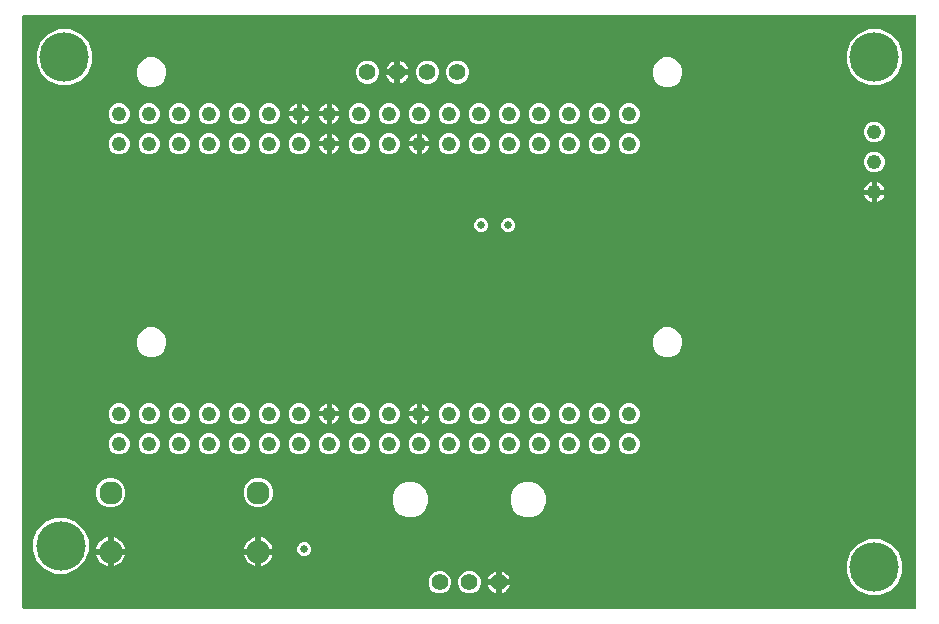
<source format=gbr>
G04 EAGLE Gerber RS-274X export*
G75*
%MOMM*%
%FSLAX34Y34*%
%LPD*%
%INCopper Layer 2*%
%IPPOS*%
%AMOC8*
5,1,8,0,0,1.08239X$1,22.5*%
G01*
%ADD10C,1.244600*%
%ADD11C,1.422400*%
%ADD12C,1.960000*%
%ADD13C,1.400000*%
%ADD14C,4.191000*%
%ADD15C,0.654800*%

G36*
X758308Y2556D02*
X758308Y2556D01*
X758427Y2563D01*
X758465Y2576D01*
X758506Y2581D01*
X758616Y2624D01*
X758729Y2661D01*
X758764Y2683D01*
X758801Y2698D01*
X758897Y2767D01*
X758998Y2831D01*
X759026Y2861D01*
X759059Y2884D01*
X759135Y2976D01*
X759216Y3063D01*
X759236Y3098D01*
X759261Y3129D01*
X759312Y3237D01*
X759370Y3341D01*
X759380Y3381D01*
X759397Y3417D01*
X759419Y3534D01*
X759449Y3649D01*
X759453Y3709D01*
X759457Y3729D01*
X759455Y3750D01*
X759459Y3810D01*
X759459Y504190D01*
X759444Y504308D01*
X759437Y504427D01*
X759424Y504465D01*
X759419Y504506D01*
X759376Y504616D01*
X759339Y504729D01*
X759317Y504764D01*
X759302Y504801D01*
X759233Y504897D01*
X759169Y504998D01*
X759139Y505026D01*
X759116Y505059D01*
X759024Y505135D01*
X758937Y505216D01*
X758902Y505236D01*
X758871Y505261D01*
X758763Y505312D01*
X758659Y505370D01*
X758619Y505380D01*
X758583Y505397D01*
X758466Y505419D01*
X758351Y505449D01*
X758291Y505453D01*
X758271Y505457D01*
X758250Y505455D01*
X758190Y505459D01*
X3810Y505459D01*
X3692Y505444D01*
X3573Y505437D01*
X3535Y505424D01*
X3494Y505419D01*
X3384Y505376D01*
X3271Y505339D01*
X3236Y505317D01*
X3199Y505302D01*
X3103Y505233D01*
X3002Y505169D01*
X2974Y505139D01*
X2941Y505116D01*
X2865Y505024D01*
X2784Y504937D01*
X2764Y504902D01*
X2739Y504871D01*
X2688Y504763D01*
X2630Y504659D01*
X2620Y504619D01*
X2603Y504583D01*
X2581Y504466D01*
X2551Y504351D01*
X2547Y504291D01*
X2543Y504271D01*
X2545Y504250D01*
X2541Y504190D01*
X2541Y3810D01*
X2556Y3692D01*
X2563Y3573D01*
X2576Y3535D01*
X2581Y3494D01*
X2624Y3384D01*
X2661Y3271D01*
X2683Y3236D01*
X2698Y3199D01*
X2767Y3103D01*
X2831Y3002D01*
X2861Y2974D01*
X2884Y2941D01*
X2976Y2865D01*
X3063Y2784D01*
X3098Y2764D01*
X3129Y2739D01*
X3237Y2688D01*
X3341Y2630D01*
X3381Y2620D01*
X3417Y2603D01*
X3534Y2581D01*
X3649Y2551D01*
X3709Y2547D01*
X3729Y2543D01*
X3750Y2545D01*
X3810Y2541D01*
X758190Y2541D01*
X758308Y2556D01*
G37*
%LPC*%
G36*
X719226Y446404D02*
X719226Y446404D01*
X710591Y449981D01*
X703981Y456591D01*
X700404Y465226D01*
X700404Y474574D01*
X703981Y483209D01*
X710591Y489819D01*
X719226Y493396D01*
X728574Y493396D01*
X737209Y489819D01*
X743819Y483209D01*
X747396Y474574D01*
X747396Y465226D01*
X743819Y456591D01*
X737209Y449981D01*
X728574Y446404D01*
X719226Y446404D01*
G37*
%LPD*%
%LPC*%
G36*
X33426Y446404D02*
X33426Y446404D01*
X24791Y449981D01*
X18181Y456591D01*
X14604Y465226D01*
X14604Y474574D01*
X18181Y483209D01*
X24791Y489819D01*
X33426Y493396D01*
X42774Y493396D01*
X51409Y489819D01*
X58019Y483209D01*
X61596Y474574D01*
X61596Y465226D01*
X58019Y456591D01*
X51409Y449981D01*
X42774Y446404D01*
X33426Y446404D01*
G37*
%LPD*%
%LPC*%
G36*
X719226Y14604D02*
X719226Y14604D01*
X710591Y18181D01*
X703981Y24791D01*
X700404Y33426D01*
X700404Y42774D01*
X703981Y51409D01*
X710591Y58019D01*
X719226Y61596D01*
X728574Y61596D01*
X737209Y58019D01*
X743819Y51409D01*
X747396Y42774D01*
X747396Y33426D01*
X743819Y24791D01*
X737209Y18181D01*
X728574Y14604D01*
X719226Y14604D01*
G37*
%LPD*%
%LPC*%
G36*
X30378Y32638D02*
X30378Y32638D01*
X21743Y36215D01*
X15133Y42825D01*
X11556Y51460D01*
X11556Y60808D01*
X15133Y69443D01*
X21743Y76053D01*
X30378Y79630D01*
X39726Y79630D01*
X48361Y76053D01*
X54971Y69443D01*
X58548Y60808D01*
X58548Y51460D01*
X54971Y42825D01*
X48361Y36215D01*
X39726Y32638D01*
X30378Y32638D01*
G37*
%LPD*%
%LPC*%
G36*
X328008Y80359D02*
X328008Y80359D01*
X322480Y82649D01*
X318249Y86880D01*
X315959Y92408D01*
X315959Y98392D01*
X318249Y103920D01*
X322480Y108151D01*
X328008Y110441D01*
X333992Y110441D01*
X339520Y108151D01*
X343751Y103920D01*
X346041Y98392D01*
X346041Y92408D01*
X343751Y86880D01*
X339520Y82649D01*
X333992Y80359D01*
X328008Y80359D01*
G37*
%LPD*%
%LPC*%
G36*
X428008Y80359D02*
X428008Y80359D01*
X422480Y82649D01*
X418249Y86880D01*
X415959Y92408D01*
X415959Y98392D01*
X418249Y103920D01*
X422480Y108151D01*
X428008Y110441D01*
X433992Y110441D01*
X439520Y108151D01*
X443751Y103920D01*
X446041Y98392D01*
X446041Y92408D01*
X443751Y86880D01*
X439520Y82649D01*
X433992Y80359D01*
X428008Y80359D01*
G37*
%LPD*%
%LPC*%
G36*
X546145Y444659D02*
X546145Y444659D01*
X541536Y446568D01*
X538008Y450096D01*
X536099Y454705D01*
X536099Y459695D01*
X538008Y464304D01*
X541536Y467832D01*
X546145Y469741D01*
X551135Y469741D01*
X555744Y467832D01*
X559272Y464304D01*
X561181Y459695D01*
X561181Y454705D01*
X559272Y450096D01*
X555744Y446568D01*
X551135Y444659D01*
X546145Y444659D01*
G37*
%LPD*%
%LPC*%
G36*
X109265Y444659D02*
X109265Y444659D01*
X104656Y446568D01*
X101128Y450096D01*
X99219Y454705D01*
X99219Y459695D01*
X101128Y464304D01*
X104656Y467832D01*
X109265Y469741D01*
X114255Y469741D01*
X118864Y467832D01*
X122392Y464304D01*
X124301Y459695D01*
X124301Y454705D01*
X122392Y450096D01*
X118864Y446568D01*
X114255Y444659D01*
X109265Y444659D01*
G37*
%LPD*%
%LPC*%
G36*
X546145Y216059D02*
X546145Y216059D01*
X541536Y217968D01*
X538008Y221496D01*
X536099Y226105D01*
X536099Y231095D01*
X538008Y235704D01*
X541536Y239232D01*
X546145Y241141D01*
X551135Y241141D01*
X555744Y239232D01*
X559272Y235704D01*
X561181Y231095D01*
X561181Y226105D01*
X559272Y221496D01*
X555744Y217968D01*
X551135Y216059D01*
X546145Y216059D01*
G37*
%LPD*%
%LPC*%
G36*
X109265Y216059D02*
X109265Y216059D01*
X104656Y217968D01*
X101128Y221496D01*
X99219Y226105D01*
X99219Y231095D01*
X101128Y235704D01*
X104656Y239232D01*
X109265Y241141D01*
X114255Y241141D01*
X118864Y239232D01*
X122392Y235704D01*
X124301Y231095D01*
X124301Y226105D01*
X122392Y221496D01*
X118864Y217968D01*
X114255Y216059D01*
X109265Y216059D01*
G37*
%LPD*%
%LPC*%
G36*
X74745Y88859D02*
X74745Y88859D01*
X70210Y90738D01*
X66738Y94210D01*
X64859Y98745D01*
X64859Y103655D01*
X66738Y108190D01*
X70210Y111662D01*
X74745Y113541D01*
X79655Y113541D01*
X84190Y111662D01*
X87662Y108190D01*
X89541Y103655D01*
X89541Y98745D01*
X87662Y94210D01*
X84190Y90738D01*
X79655Y88859D01*
X74745Y88859D01*
G37*
%LPD*%
%LPC*%
G36*
X199745Y88859D02*
X199745Y88859D01*
X195210Y90738D01*
X191738Y94210D01*
X189859Y98745D01*
X189859Y103655D01*
X191738Y108190D01*
X195210Y111662D01*
X199745Y113541D01*
X204655Y113541D01*
X209190Y111662D01*
X212662Y108190D01*
X214541Y103655D01*
X214541Y98745D01*
X212662Y94210D01*
X209190Y90738D01*
X204655Y88859D01*
X199745Y88859D01*
G37*
%LPD*%
%LPC*%
G36*
X368920Y447547D02*
X368920Y447547D01*
X365372Y449017D01*
X362657Y451732D01*
X361187Y455280D01*
X361187Y459120D01*
X362657Y462668D01*
X365372Y465383D01*
X368920Y466853D01*
X372760Y466853D01*
X376308Y465383D01*
X379023Y462668D01*
X380493Y459120D01*
X380493Y455280D01*
X379023Y451732D01*
X376308Y449017D01*
X372760Y447547D01*
X368920Y447547D01*
G37*
%LPD*%
%LPC*%
G36*
X343520Y447547D02*
X343520Y447547D01*
X339972Y449017D01*
X337257Y451732D01*
X335787Y455280D01*
X335787Y459120D01*
X337257Y462668D01*
X339972Y465383D01*
X343520Y466853D01*
X347360Y466853D01*
X350908Y465383D01*
X353623Y462668D01*
X355093Y459120D01*
X355093Y455280D01*
X353623Y451732D01*
X350908Y449017D01*
X347360Y447547D01*
X343520Y447547D01*
G37*
%LPD*%
%LPC*%
G36*
X292720Y447547D02*
X292720Y447547D01*
X289172Y449017D01*
X286457Y451732D01*
X284987Y455280D01*
X284987Y459120D01*
X286457Y462668D01*
X289172Y465383D01*
X292720Y466853D01*
X296560Y466853D01*
X300108Y465383D01*
X302823Y462668D01*
X304293Y459120D01*
X304293Y455280D01*
X302823Y451732D01*
X300108Y449017D01*
X296560Y447547D01*
X292720Y447547D01*
G37*
%LPD*%
%LPC*%
G36*
X379102Y15859D02*
X379102Y15859D01*
X375596Y17312D01*
X372912Y19996D01*
X371459Y23502D01*
X371459Y27298D01*
X372912Y30804D01*
X375596Y33488D01*
X379102Y34941D01*
X382898Y34941D01*
X386404Y33488D01*
X389088Y30804D01*
X390541Y27298D01*
X390541Y23502D01*
X389088Y19996D01*
X386404Y17312D01*
X382898Y15859D01*
X379102Y15859D01*
G37*
%LPD*%
%LPC*%
G36*
X354102Y15859D02*
X354102Y15859D01*
X350596Y17312D01*
X347912Y19996D01*
X346459Y23502D01*
X346459Y27298D01*
X347912Y30804D01*
X350596Y33488D01*
X354102Y34941D01*
X357898Y34941D01*
X361404Y33488D01*
X364088Y30804D01*
X365541Y27298D01*
X365541Y23502D01*
X364088Y19996D01*
X361404Y17312D01*
X357898Y15859D01*
X354102Y15859D01*
G37*
%LPD*%
%LPC*%
G36*
X514557Y133736D02*
X514557Y133736D01*
X511336Y135070D01*
X508870Y137536D01*
X507536Y140757D01*
X507536Y144243D01*
X508870Y147464D01*
X511336Y149930D01*
X514557Y151264D01*
X518043Y151264D01*
X521264Y149930D01*
X523730Y147464D01*
X525064Y144243D01*
X525064Y140757D01*
X523730Y137536D01*
X521264Y135070D01*
X518043Y133736D01*
X514557Y133736D01*
G37*
%LPD*%
%LPC*%
G36*
X489157Y133736D02*
X489157Y133736D01*
X485936Y135070D01*
X483470Y137536D01*
X482136Y140757D01*
X482136Y144243D01*
X483470Y147464D01*
X485936Y149930D01*
X489157Y151264D01*
X492643Y151264D01*
X495864Y149930D01*
X498330Y147464D01*
X499664Y144243D01*
X499664Y140757D01*
X498330Y137536D01*
X495864Y135070D01*
X492643Y133736D01*
X489157Y133736D01*
G37*
%LPD*%
%LPC*%
G36*
X463757Y133736D02*
X463757Y133736D01*
X460536Y135070D01*
X458070Y137536D01*
X456736Y140757D01*
X456736Y144243D01*
X458070Y147464D01*
X460536Y149930D01*
X463757Y151264D01*
X467243Y151264D01*
X470464Y149930D01*
X472930Y147464D01*
X474264Y144243D01*
X474264Y140757D01*
X472930Y137536D01*
X470464Y135070D01*
X467243Y133736D01*
X463757Y133736D01*
G37*
%LPD*%
%LPC*%
G36*
X438357Y133736D02*
X438357Y133736D01*
X435136Y135070D01*
X432670Y137536D01*
X431336Y140757D01*
X431336Y144243D01*
X432670Y147464D01*
X435136Y149930D01*
X438357Y151264D01*
X441843Y151264D01*
X445064Y149930D01*
X447530Y147464D01*
X448864Y144243D01*
X448864Y140757D01*
X447530Y137536D01*
X445064Y135070D01*
X441843Y133736D01*
X438357Y133736D01*
G37*
%LPD*%
%LPC*%
G36*
X412957Y133736D02*
X412957Y133736D01*
X409736Y135070D01*
X407270Y137536D01*
X405936Y140757D01*
X405936Y144243D01*
X407270Y147464D01*
X409736Y149930D01*
X412957Y151264D01*
X416443Y151264D01*
X419664Y149930D01*
X422130Y147464D01*
X423464Y144243D01*
X423464Y140757D01*
X422130Y137536D01*
X419664Y135070D01*
X416443Y133736D01*
X412957Y133736D01*
G37*
%LPD*%
%LPC*%
G36*
X108157Y413136D02*
X108157Y413136D01*
X104936Y414470D01*
X102470Y416936D01*
X101136Y420157D01*
X101136Y423643D01*
X102470Y426864D01*
X104936Y429330D01*
X108157Y430664D01*
X111643Y430664D01*
X114864Y429330D01*
X117330Y426864D01*
X118664Y423643D01*
X118664Y420157D01*
X117330Y416936D01*
X114864Y414470D01*
X111643Y413136D01*
X108157Y413136D01*
G37*
%LPD*%
%LPC*%
G36*
X82757Y413136D02*
X82757Y413136D01*
X79536Y414470D01*
X77070Y416936D01*
X75736Y420157D01*
X75736Y423643D01*
X77070Y426864D01*
X79536Y429330D01*
X82757Y430664D01*
X86243Y430664D01*
X89464Y429330D01*
X91930Y426864D01*
X93264Y423643D01*
X93264Y420157D01*
X91930Y416936D01*
X89464Y414470D01*
X86243Y413136D01*
X82757Y413136D01*
G37*
%LPD*%
%LPC*%
G36*
X514557Y413136D02*
X514557Y413136D01*
X511336Y414470D01*
X508870Y416936D01*
X507536Y420157D01*
X507536Y423643D01*
X508870Y426864D01*
X511336Y429330D01*
X514557Y430664D01*
X518043Y430664D01*
X521264Y429330D01*
X523730Y426864D01*
X525064Y423643D01*
X525064Y420157D01*
X523730Y416936D01*
X521264Y414470D01*
X518043Y413136D01*
X514557Y413136D01*
G37*
%LPD*%
%LPC*%
G36*
X489157Y413136D02*
X489157Y413136D01*
X485936Y414470D01*
X483470Y416936D01*
X482136Y420157D01*
X482136Y423643D01*
X483470Y426864D01*
X485936Y429330D01*
X489157Y430664D01*
X492643Y430664D01*
X495864Y429330D01*
X498330Y426864D01*
X499664Y423643D01*
X499664Y420157D01*
X498330Y416936D01*
X495864Y414470D01*
X492643Y413136D01*
X489157Y413136D01*
G37*
%LPD*%
%LPC*%
G36*
X463757Y413136D02*
X463757Y413136D01*
X460536Y414470D01*
X458070Y416936D01*
X456736Y420157D01*
X456736Y423643D01*
X458070Y426864D01*
X460536Y429330D01*
X463757Y430664D01*
X467243Y430664D01*
X470464Y429330D01*
X472930Y426864D01*
X474264Y423643D01*
X474264Y420157D01*
X472930Y416936D01*
X470464Y414470D01*
X467243Y413136D01*
X463757Y413136D01*
G37*
%LPD*%
%LPC*%
G36*
X438357Y413136D02*
X438357Y413136D01*
X435136Y414470D01*
X432670Y416936D01*
X431336Y420157D01*
X431336Y423643D01*
X432670Y426864D01*
X435136Y429330D01*
X438357Y430664D01*
X441843Y430664D01*
X445064Y429330D01*
X447530Y426864D01*
X448864Y423643D01*
X448864Y420157D01*
X447530Y416936D01*
X445064Y414470D01*
X441843Y413136D01*
X438357Y413136D01*
G37*
%LPD*%
%LPC*%
G36*
X412957Y413136D02*
X412957Y413136D01*
X409736Y414470D01*
X407270Y416936D01*
X405936Y420157D01*
X405936Y423643D01*
X407270Y426864D01*
X409736Y429330D01*
X412957Y430664D01*
X416443Y430664D01*
X419664Y429330D01*
X422130Y426864D01*
X423464Y423643D01*
X423464Y420157D01*
X422130Y416936D01*
X419664Y414470D01*
X416443Y413136D01*
X412957Y413136D01*
G37*
%LPD*%
%LPC*%
G36*
X387557Y413136D02*
X387557Y413136D01*
X384336Y414470D01*
X381870Y416936D01*
X380536Y420157D01*
X380536Y423643D01*
X381870Y426864D01*
X384336Y429330D01*
X387557Y430664D01*
X391043Y430664D01*
X394264Y429330D01*
X396730Y426864D01*
X398064Y423643D01*
X398064Y420157D01*
X396730Y416936D01*
X394264Y414470D01*
X391043Y413136D01*
X387557Y413136D01*
G37*
%LPD*%
%LPC*%
G36*
X362157Y413136D02*
X362157Y413136D01*
X358936Y414470D01*
X356470Y416936D01*
X355136Y420157D01*
X355136Y423643D01*
X356470Y426864D01*
X358936Y429330D01*
X362157Y430664D01*
X365643Y430664D01*
X368864Y429330D01*
X371330Y426864D01*
X372664Y423643D01*
X372664Y420157D01*
X371330Y416936D01*
X368864Y414470D01*
X365643Y413136D01*
X362157Y413136D01*
G37*
%LPD*%
%LPC*%
G36*
X336757Y413136D02*
X336757Y413136D01*
X333536Y414470D01*
X331070Y416936D01*
X329736Y420157D01*
X329736Y423643D01*
X331070Y426864D01*
X333536Y429330D01*
X336757Y430664D01*
X340243Y430664D01*
X343464Y429330D01*
X345930Y426864D01*
X347264Y423643D01*
X347264Y420157D01*
X345930Y416936D01*
X343464Y414470D01*
X340243Y413136D01*
X336757Y413136D01*
G37*
%LPD*%
%LPC*%
G36*
X311357Y413136D02*
X311357Y413136D01*
X308136Y414470D01*
X305670Y416936D01*
X304336Y420157D01*
X304336Y423643D01*
X305670Y426864D01*
X308136Y429330D01*
X311357Y430664D01*
X314843Y430664D01*
X318064Y429330D01*
X320530Y426864D01*
X321864Y423643D01*
X321864Y420157D01*
X320530Y416936D01*
X318064Y414470D01*
X314843Y413136D01*
X311357Y413136D01*
G37*
%LPD*%
%LPC*%
G36*
X285957Y413136D02*
X285957Y413136D01*
X282736Y414470D01*
X280270Y416936D01*
X278936Y420157D01*
X278936Y423643D01*
X280270Y426864D01*
X282736Y429330D01*
X285957Y430664D01*
X289443Y430664D01*
X292664Y429330D01*
X295130Y426864D01*
X296464Y423643D01*
X296464Y420157D01*
X295130Y416936D01*
X292664Y414470D01*
X289443Y413136D01*
X285957Y413136D01*
G37*
%LPD*%
%LPC*%
G36*
X209757Y413136D02*
X209757Y413136D01*
X206536Y414470D01*
X204070Y416936D01*
X202736Y420157D01*
X202736Y423643D01*
X204070Y426864D01*
X206536Y429330D01*
X209757Y430664D01*
X213243Y430664D01*
X216464Y429330D01*
X218930Y426864D01*
X220264Y423643D01*
X220264Y420157D01*
X218930Y416936D01*
X216464Y414470D01*
X213243Y413136D01*
X209757Y413136D01*
G37*
%LPD*%
%LPC*%
G36*
X184357Y413136D02*
X184357Y413136D01*
X181136Y414470D01*
X178670Y416936D01*
X177336Y420157D01*
X177336Y423643D01*
X178670Y426864D01*
X181136Y429330D01*
X184357Y430664D01*
X187843Y430664D01*
X191064Y429330D01*
X193530Y426864D01*
X194864Y423643D01*
X194864Y420157D01*
X193530Y416936D01*
X191064Y414470D01*
X187843Y413136D01*
X184357Y413136D01*
G37*
%LPD*%
%LPC*%
G36*
X158957Y413136D02*
X158957Y413136D01*
X155736Y414470D01*
X153270Y416936D01*
X151936Y420157D01*
X151936Y423643D01*
X153270Y426864D01*
X155736Y429330D01*
X158957Y430664D01*
X162443Y430664D01*
X165664Y429330D01*
X168130Y426864D01*
X169464Y423643D01*
X169464Y420157D01*
X168130Y416936D01*
X165664Y414470D01*
X162443Y413136D01*
X158957Y413136D01*
G37*
%LPD*%
%LPC*%
G36*
X133557Y413136D02*
X133557Y413136D01*
X130336Y414470D01*
X127870Y416936D01*
X126536Y420157D01*
X126536Y423643D01*
X127870Y426864D01*
X130336Y429330D01*
X133557Y430664D01*
X137043Y430664D01*
X140264Y429330D01*
X142730Y426864D01*
X144064Y423643D01*
X144064Y420157D01*
X142730Y416936D01*
X140264Y414470D01*
X137043Y413136D01*
X133557Y413136D01*
G37*
%LPD*%
%LPC*%
G36*
X387557Y133736D02*
X387557Y133736D01*
X384336Y135070D01*
X381870Y137536D01*
X380536Y140757D01*
X380536Y144243D01*
X381870Y147464D01*
X384336Y149930D01*
X387557Y151264D01*
X391043Y151264D01*
X394264Y149930D01*
X396730Y147464D01*
X398064Y144243D01*
X398064Y140757D01*
X396730Y137536D01*
X394264Y135070D01*
X391043Y133736D01*
X387557Y133736D01*
G37*
%LPD*%
%LPC*%
G36*
X362157Y133736D02*
X362157Y133736D01*
X358936Y135070D01*
X356470Y137536D01*
X355136Y140757D01*
X355136Y144243D01*
X356470Y147464D01*
X358936Y149930D01*
X362157Y151264D01*
X365643Y151264D01*
X368864Y149930D01*
X371330Y147464D01*
X372664Y144243D01*
X372664Y140757D01*
X371330Y137536D01*
X368864Y135070D01*
X365643Y133736D01*
X362157Y133736D01*
G37*
%LPD*%
%LPC*%
G36*
X336757Y133736D02*
X336757Y133736D01*
X333536Y135070D01*
X331070Y137536D01*
X329736Y140757D01*
X329736Y144243D01*
X331070Y147464D01*
X333536Y149930D01*
X336757Y151264D01*
X340243Y151264D01*
X343464Y149930D01*
X345930Y147464D01*
X347264Y144243D01*
X347264Y140757D01*
X345930Y137536D01*
X343464Y135070D01*
X340243Y133736D01*
X336757Y133736D01*
G37*
%LPD*%
%LPC*%
G36*
X311357Y133736D02*
X311357Y133736D01*
X308136Y135070D01*
X305670Y137536D01*
X304336Y140757D01*
X304336Y144243D01*
X305670Y147464D01*
X308136Y149930D01*
X311357Y151264D01*
X314843Y151264D01*
X318064Y149930D01*
X320530Y147464D01*
X321864Y144243D01*
X321864Y140757D01*
X320530Y137536D01*
X318064Y135070D01*
X314843Y133736D01*
X311357Y133736D01*
G37*
%LPD*%
%LPC*%
G36*
X285957Y133736D02*
X285957Y133736D01*
X282736Y135070D01*
X280270Y137536D01*
X278936Y140757D01*
X278936Y144243D01*
X280270Y147464D01*
X282736Y149930D01*
X285957Y151264D01*
X289443Y151264D01*
X292664Y149930D01*
X295130Y147464D01*
X296464Y144243D01*
X296464Y140757D01*
X295130Y137536D01*
X292664Y135070D01*
X289443Y133736D01*
X285957Y133736D01*
G37*
%LPD*%
%LPC*%
G36*
X260557Y133736D02*
X260557Y133736D01*
X257336Y135070D01*
X254870Y137536D01*
X253536Y140757D01*
X253536Y144243D01*
X254870Y147464D01*
X257336Y149930D01*
X260557Y151264D01*
X264043Y151264D01*
X267264Y149930D01*
X269730Y147464D01*
X271064Y144243D01*
X271064Y140757D01*
X269730Y137536D01*
X267264Y135070D01*
X264043Y133736D01*
X260557Y133736D01*
G37*
%LPD*%
%LPC*%
G36*
X235157Y133736D02*
X235157Y133736D01*
X231936Y135070D01*
X229470Y137536D01*
X228136Y140757D01*
X228136Y144243D01*
X229470Y147464D01*
X231936Y149930D01*
X235157Y151264D01*
X238643Y151264D01*
X241864Y149930D01*
X244330Y147464D01*
X245664Y144243D01*
X245664Y140757D01*
X244330Y137536D01*
X241864Y135070D01*
X238643Y133736D01*
X235157Y133736D01*
G37*
%LPD*%
%LPC*%
G36*
X209757Y133736D02*
X209757Y133736D01*
X206536Y135070D01*
X204070Y137536D01*
X202736Y140757D01*
X202736Y144243D01*
X204070Y147464D01*
X206536Y149930D01*
X209757Y151264D01*
X213243Y151264D01*
X216464Y149930D01*
X218930Y147464D01*
X220264Y144243D01*
X220264Y140757D01*
X218930Y137536D01*
X216464Y135070D01*
X213243Y133736D01*
X209757Y133736D01*
G37*
%LPD*%
%LPC*%
G36*
X722157Y397636D02*
X722157Y397636D01*
X718936Y398970D01*
X716470Y401436D01*
X715136Y404657D01*
X715136Y408143D01*
X716470Y411364D01*
X718936Y413830D01*
X722157Y415164D01*
X725643Y415164D01*
X728864Y413830D01*
X731330Y411364D01*
X732664Y408143D01*
X732664Y404657D01*
X731330Y401436D01*
X728864Y398970D01*
X725643Y397636D01*
X722157Y397636D01*
G37*
%LPD*%
%LPC*%
G36*
X209757Y387736D02*
X209757Y387736D01*
X206536Y389070D01*
X204070Y391536D01*
X202736Y394757D01*
X202736Y398243D01*
X204070Y401464D01*
X206536Y403930D01*
X209757Y405264D01*
X213243Y405264D01*
X216464Y403930D01*
X218930Y401464D01*
X220264Y398243D01*
X220264Y394757D01*
X218930Y391536D01*
X216464Y389070D01*
X213243Y387736D01*
X209757Y387736D01*
G37*
%LPD*%
%LPC*%
G36*
X184357Y387736D02*
X184357Y387736D01*
X181136Y389070D01*
X178670Y391536D01*
X177336Y394757D01*
X177336Y398243D01*
X178670Y401464D01*
X181136Y403930D01*
X184357Y405264D01*
X187843Y405264D01*
X191064Y403930D01*
X193530Y401464D01*
X194864Y398243D01*
X194864Y394757D01*
X193530Y391536D01*
X191064Y389070D01*
X187843Y387736D01*
X184357Y387736D01*
G37*
%LPD*%
%LPC*%
G36*
X514557Y387736D02*
X514557Y387736D01*
X511336Y389070D01*
X508870Y391536D01*
X507536Y394757D01*
X507536Y398243D01*
X508870Y401464D01*
X511336Y403930D01*
X514557Y405264D01*
X518043Y405264D01*
X521264Y403930D01*
X523730Y401464D01*
X525064Y398243D01*
X525064Y394757D01*
X523730Y391536D01*
X521264Y389070D01*
X518043Y387736D01*
X514557Y387736D01*
G37*
%LPD*%
%LPC*%
G36*
X489157Y387736D02*
X489157Y387736D01*
X485936Y389070D01*
X483470Y391536D01*
X482136Y394757D01*
X482136Y398243D01*
X483470Y401464D01*
X485936Y403930D01*
X489157Y405264D01*
X492643Y405264D01*
X495864Y403930D01*
X498330Y401464D01*
X499664Y398243D01*
X499664Y394757D01*
X498330Y391536D01*
X495864Y389070D01*
X492643Y387736D01*
X489157Y387736D01*
G37*
%LPD*%
%LPC*%
G36*
X463757Y387736D02*
X463757Y387736D01*
X460536Y389070D01*
X458070Y391536D01*
X456736Y394757D01*
X456736Y398243D01*
X458070Y401464D01*
X460536Y403930D01*
X463757Y405264D01*
X467243Y405264D01*
X470464Y403930D01*
X472930Y401464D01*
X474264Y398243D01*
X474264Y394757D01*
X472930Y391536D01*
X470464Y389070D01*
X467243Y387736D01*
X463757Y387736D01*
G37*
%LPD*%
%LPC*%
G36*
X438357Y387736D02*
X438357Y387736D01*
X435136Y389070D01*
X432670Y391536D01*
X431336Y394757D01*
X431336Y398243D01*
X432670Y401464D01*
X435136Y403930D01*
X438357Y405264D01*
X441843Y405264D01*
X445064Y403930D01*
X447530Y401464D01*
X448864Y398243D01*
X448864Y394757D01*
X447530Y391536D01*
X445064Y389070D01*
X441843Y387736D01*
X438357Y387736D01*
G37*
%LPD*%
%LPC*%
G36*
X412957Y387736D02*
X412957Y387736D01*
X409736Y389070D01*
X407270Y391536D01*
X405936Y394757D01*
X405936Y398243D01*
X407270Y401464D01*
X409736Y403930D01*
X412957Y405264D01*
X416443Y405264D01*
X419664Y403930D01*
X422130Y401464D01*
X423464Y398243D01*
X423464Y394757D01*
X422130Y391536D01*
X419664Y389070D01*
X416443Y387736D01*
X412957Y387736D01*
G37*
%LPD*%
%LPC*%
G36*
X387557Y387736D02*
X387557Y387736D01*
X384336Y389070D01*
X381870Y391536D01*
X380536Y394757D01*
X380536Y398243D01*
X381870Y401464D01*
X384336Y403930D01*
X387557Y405264D01*
X391043Y405264D01*
X394264Y403930D01*
X396730Y401464D01*
X398064Y398243D01*
X398064Y394757D01*
X396730Y391536D01*
X394264Y389070D01*
X391043Y387736D01*
X387557Y387736D01*
G37*
%LPD*%
%LPC*%
G36*
X362157Y387736D02*
X362157Y387736D01*
X358936Y389070D01*
X356470Y391536D01*
X355136Y394757D01*
X355136Y398243D01*
X356470Y401464D01*
X358936Y403930D01*
X362157Y405264D01*
X365643Y405264D01*
X368864Y403930D01*
X371330Y401464D01*
X372664Y398243D01*
X372664Y394757D01*
X371330Y391536D01*
X368864Y389070D01*
X365643Y387736D01*
X362157Y387736D01*
G37*
%LPD*%
%LPC*%
G36*
X311357Y387736D02*
X311357Y387736D01*
X308136Y389070D01*
X305670Y391536D01*
X304336Y394757D01*
X304336Y398243D01*
X305670Y401464D01*
X308136Y403930D01*
X311357Y405264D01*
X314843Y405264D01*
X318064Y403930D01*
X320530Y401464D01*
X321864Y398243D01*
X321864Y394757D01*
X320530Y391536D01*
X318064Y389070D01*
X314843Y387736D01*
X311357Y387736D01*
G37*
%LPD*%
%LPC*%
G36*
X285957Y387736D02*
X285957Y387736D01*
X282736Y389070D01*
X280270Y391536D01*
X278936Y394757D01*
X278936Y398243D01*
X280270Y401464D01*
X282736Y403930D01*
X285957Y405264D01*
X289443Y405264D01*
X292664Y403930D01*
X295130Y401464D01*
X296464Y398243D01*
X296464Y394757D01*
X295130Y391536D01*
X292664Y389070D01*
X289443Y387736D01*
X285957Y387736D01*
G37*
%LPD*%
%LPC*%
G36*
X235157Y387736D02*
X235157Y387736D01*
X231936Y389070D01*
X229470Y391536D01*
X228136Y394757D01*
X228136Y398243D01*
X229470Y401464D01*
X231936Y403930D01*
X235157Y405264D01*
X238643Y405264D01*
X241864Y403930D01*
X244330Y401464D01*
X245664Y398243D01*
X245664Y394757D01*
X244330Y391536D01*
X241864Y389070D01*
X238643Y387736D01*
X235157Y387736D01*
G37*
%LPD*%
%LPC*%
G36*
X158957Y387736D02*
X158957Y387736D01*
X155736Y389070D01*
X153270Y391536D01*
X151936Y394757D01*
X151936Y398243D01*
X153270Y401464D01*
X155736Y403930D01*
X158957Y405264D01*
X162443Y405264D01*
X165664Y403930D01*
X168130Y401464D01*
X169464Y398243D01*
X169464Y394757D01*
X168130Y391536D01*
X165664Y389070D01*
X162443Y387736D01*
X158957Y387736D01*
G37*
%LPD*%
%LPC*%
G36*
X133557Y387736D02*
X133557Y387736D01*
X130336Y389070D01*
X127870Y391536D01*
X126536Y394757D01*
X126536Y398243D01*
X127870Y401464D01*
X130336Y403930D01*
X133557Y405264D01*
X137043Y405264D01*
X140264Y403930D01*
X142730Y401464D01*
X144064Y398243D01*
X144064Y394757D01*
X142730Y391536D01*
X140264Y389070D01*
X137043Y387736D01*
X133557Y387736D01*
G37*
%LPD*%
%LPC*%
G36*
X108157Y387736D02*
X108157Y387736D01*
X104936Y389070D01*
X102470Y391536D01*
X101136Y394757D01*
X101136Y398243D01*
X102470Y401464D01*
X104936Y403930D01*
X108157Y405264D01*
X111643Y405264D01*
X114864Y403930D01*
X117330Y401464D01*
X118664Y398243D01*
X118664Y394757D01*
X117330Y391536D01*
X114864Y389070D01*
X111643Y387736D01*
X108157Y387736D01*
G37*
%LPD*%
%LPC*%
G36*
X82757Y387736D02*
X82757Y387736D01*
X79536Y389070D01*
X77070Y391536D01*
X75736Y394757D01*
X75736Y398243D01*
X77070Y401464D01*
X79536Y403930D01*
X82757Y405264D01*
X86243Y405264D01*
X89464Y403930D01*
X91930Y401464D01*
X93264Y398243D01*
X93264Y394757D01*
X91930Y391536D01*
X89464Y389070D01*
X86243Y387736D01*
X82757Y387736D01*
G37*
%LPD*%
%LPC*%
G36*
X184357Y133736D02*
X184357Y133736D01*
X181136Y135070D01*
X178670Y137536D01*
X177336Y140757D01*
X177336Y144243D01*
X178670Y147464D01*
X181136Y149930D01*
X184357Y151264D01*
X187843Y151264D01*
X191064Y149930D01*
X193530Y147464D01*
X194864Y144243D01*
X194864Y140757D01*
X193530Y137536D01*
X191064Y135070D01*
X187843Y133736D01*
X184357Y133736D01*
G37*
%LPD*%
%LPC*%
G36*
X158957Y133736D02*
X158957Y133736D01*
X155736Y135070D01*
X153270Y137536D01*
X151936Y140757D01*
X151936Y144243D01*
X153270Y147464D01*
X155736Y149930D01*
X158957Y151264D01*
X162443Y151264D01*
X165664Y149930D01*
X168130Y147464D01*
X169464Y144243D01*
X169464Y140757D01*
X168130Y137536D01*
X165664Y135070D01*
X162443Y133736D01*
X158957Y133736D01*
G37*
%LPD*%
%LPC*%
G36*
X133557Y133736D02*
X133557Y133736D01*
X130336Y135070D01*
X127870Y137536D01*
X126536Y140757D01*
X126536Y144243D01*
X127870Y147464D01*
X130336Y149930D01*
X133557Y151264D01*
X137043Y151264D01*
X140264Y149930D01*
X142730Y147464D01*
X144064Y144243D01*
X144064Y140757D01*
X142730Y137536D01*
X140264Y135070D01*
X137043Y133736D01*
X133557Y133736D01*
G37*
%LPD*%
%LPC*%
G36*
X722157Y372236D02*
X722157Y372236D01*
X718936Y373570D01*
X716470Y376036D01*
X715136Y379257D01*
X715136Y382743D01*
X716470Y385964D01*
X718936Y388430D01*
X722157Y389764D01*
X725643Y389764D01*
X728864Y388430D01*
X731330Y385964D01*
X732664Y382743D01*
X732664Y379257D01*
X731330Y376036D01*
X728864Y373570D01*
X725643Y372236D01*
X722157Y372236D01*
G37*
%LPD*%
%LPC*%
G36*
X108157Y159136D02*
X108157Y159136D01*
X104936Y160470D01*
X102470Y162936D01*
X101136Y166157D01*
X101136Y169643D01*
X102470Y172864D01*
X104936Y175330D01*
X108157Y176664D01*
X111643Y176664D01*
X114864Y175330D01*
X117330Y172864D01*
X118664Y169643D01*
X118664Y166157D01*
X117330Y162936D01*
X114864Y160470D01*
X111643Y159136D01*
X108157Y159136D01*
G37*
%LPD*%
%LPC*%
G36*
X412957Y159136D02*
X412957Y159136D01*
X409736Y160470D01*
X407270Y162936D01*
X405936Y166157D01*
X405936Y169643D01*
X407270Y172864D01*
X409736Y175330D01*
X412957Y176664D01*
X416443Y176664D01*
X419664Y175330D01*
X422130Y172864D01*
X423464Y169643D01*
X423464Y166157D01*
X422130Y162936D01*
X419664Y160470D01*
X416443Y159136D01*
X412957Y159136D01*
G37*
%LPD*%
%LPC*%
G36*
X387557Y159136D02*
X387557Y159136D01*
X384336Y160470D01*
X381870Y162936D01*
X380536Y166157D01*
X380536Y169643D01*
X381870Y172864D01*
X384336Y175330D01*
X387557Y176664D01*
X391043Y176664D01*
X394264Y175330D01*
X396730Y172864D01*
X398064Y169643D01*
X398064Y166157D01*
X396730Y162936D01*
X394264Y160470D01*
X391043Y159136D01*
X387557Y159136D01*
G37*
%LPD*%
%LPC*%
G36*
X514557Y159136D02*
X514557Y159136D01*
X511336Y160470D01*
X508870Y162936D01*
X507536Y166157D01*
X507536Y169643D01*
X508870Y172864D01*
X511336Y175330D01*
X514557Y176664D01*
X518043Y176664D01*
X521264Y175330D01*
X523730Y172864D01*
X525064Y169643D01*
X525064Y166157D01*
X523730Y162936D01*
X521264Y160470D01*
X518043Y159136D01*
X514557Y159136D01*
G37*
%LPD*%
%LPC*%
G36*
X489157Y159136D02*
X489157Y159136D01*
X485936Y160470D01*
X483470Y162936D01*
X482136Y166157D01*
X482136Y169643D01*
X483470Y172864D01*
X485936Y175330D01*
X489157Y176664D01*
X492643Y176664D01*
X495864Y175330D01*
X498330Y172864D01*
X499664Y169643D01*
X499664Y166157D01*
X498330Y162936D01*
X495864Y160470D01*
X492643Y159136D01*
X489157Y159136D01*
G37*
%LPD*%
%LPC*%
G36*
X463757Y159136D02*
X463757Y159136D01*
X460536Y160470D01*
X458070Y162936D01*
X456736Y166157D01*
X456736Y169643D01*
X458070Y172864D01*
X460536Y175330D01*
X463757Y176664D01*
X467243Y176664D01*
X470464Y175330D01*
X472930Y172864D01*
X474264Y169643D01*
X474264Y166157D01*
X472930Y162936D01*
X470464Y160470D01*
X467243Y159136D01*
X463757Y159136D01*
G37*
%LPD*%
%LPC*%
G36*
X438357Y159136D02*
X438357Y159136D01*
X435136Y160470D01*
X432670Y162936D01*
X431336Y166157D01*
X431336Y169643D01*
X432670Y172864D01*
X435136Y175330D01*
X438357Y176664D01*
X441843Y176664D01*
X445064Y175330D01*
X447530Y172864D01*
X448864Y169643D01*
X448864Y166157D01*
X447530Y162936D01*
X445064Y160470D01*
X441843Y159136D01*
X438357Y159136D01*
G37*
%LPD*%
%LPC*%
G36*
X158957Y159136D02*
X158957Y159136D01*
X155736Y160470D01*
X153270Y162936D01*
X151936Y166157D01*
X151936Y169643D01*
X153270Y172864D01*
X155736Y175330D01*
X158957Y176664D01*
X162443Y176664D01*
X165664Y175330D01*
X168130Y172864D01*
X169464Y169643D01*
X169464Y166157D01*
X168130Y162936D01*
X165664Y160470D01*
X162443Y159136D01*
X158957Y159136D01*
G37*
%LPD*%
%LPC*%
G36*
X133557Y159136D02*
X133557Y159136D01*
X130336Y160470D01*
X127870Y162936D01*
X126536Y166157D01*
X126536Y169643D01*
X127870Y172864D01*
X130336Y175330D01*
X133557Y176664D01*
X137043Y176664D01*
X140264Y175330D01*
X142730Y172864D01*
X144064Y169643D01*
X144064Y166157D01*
X142730Y162936D01*
X140264Y160470D01*
X137043Y159136D01*
X133557Y159136D01*
G37*
%LPD*%
%LPC*%
G36*
X362157Y159136D02*
X362157Y159136D01*
X358936Y160470D01*
X356470Y162936D01*
X355136Y166157D01*
X355136Y169643D01*
X356470Y172864D01*
X358936Y175330D01*
X362157Y176664D01*
X365643Y176664D01*
X368864Y175330D01*
X371330Y172864D01*
X372664Y169643D01*
X372664Y166157D01*
X371330Y162936D01*
X368864Y160470D01*
X365643Y159136D01*
X362157Y159136D01*
G37*
%LPD*%
%LPC*%
G36*
X311357Y159136D02*
X311357Y159136D01*
X308136Y160470D01*
X305670Y162936D01*
X304336Y166157D01*
X304336Y169643D01*
X305670Y172864D01*
X308136Y175330D01*
X311357Y176664D01*
X314843Y176664D01*
X318064Y175330D01*
X320530Y172864D01*
X321864Y169643D01*
X321864Y166157D01*
X320530Y162936D01*
X318064Y160470D01*
X314843Y159136D01*
X311357Y159136D01*
G37*
%LPD*%
%LPC*%
G36*
X285957Y159136D02*
X285957Y159136D01*
X282736Y160470D01*
X280270Y162936D01*
X278936Y166157D01*
X278936Y169643D01*
X280270Y172864D01*
X282736Y175330D01*
X285957Y176664D01*
X289443Y176664D01*
X292664Y175330D01*
X295130Y172864D01*
X296464Y169643D01*
X296464Y166157D01*
X295130Y162936D01*
X292664Y160470D01*
X289443Y159136D01*
X285957Y159136D01*
G37*
%LPD*%
%LPC*%
G36*
X235157Y159136D02*
X235157Y159136D01*
X231936Y160470D01*
X229470Y162936D01*
X228136Y166157D01*
X228136Y169643D01*
X229470Y172864D01*
X231936Y175330D01*
X235157Y176664D01*
X238643Y176664D01*
X241864Y175330D01*
X244330Y172864D01*
X245664Y169643D01*
X245664Y166157D01*
X244330Y162936D01*
X241864Y160470D01*
X238643Y159136D01*
X235157Y159136D01*
G37*
%LPD*%
%LPC*%
G36*
X209757Y159136D02*
X209757Y159136D01*
X206536Y160470D01*
X204070Y162936D01*
X202736Y166157D01*
X202736Y169643D01*
X204070Y172864D01*
X206536Y175330D01*
X209757Y176664D01*
X213243Y176664D01*
X216464Y175330D01*
X218930Y172864D01*
X220264Y169643D01*
X220264Y166157D01*
X218930Y162936D01*
X216464Y160470D01*
X213243Y159136D01*
X209757Y159136D01*
G37*
%LPD*%
%LPC*%
G36*
X184357Y159136D02*
X184357Y159136D01*
X181136Y160470D01*
X178670Y162936D01*
X177336Y166157D01*
X177336Y169643D01*
X178670Y172864D01*
X181136Y175330D01*
X184357Y176664D01*
X187843Y176664D01*
X191064Y175330D01*
X193530Y172864D01*
X194864Y169643D01*
X194864Y166157D01*
X193530Y162936D01*
X191064Y160470D01*
X187843Y159136D01*
X184357Y159136D01*
G37*
%LPD*%
%LPC*%
G36*
X82757Y159136D02*
X82757Y159136D01*
X79536Y160470D01*
X77070Y162936D01*
X75736Y166157D01*
X75736Y169643D01*
X77070Y172864D01*
X79536Y175330D01*
X82757Y176664D01*
X86243Y176664D01*
X89464Y175330D01*
X91930Y172864D01*
X93264Y169643D01*
X93264Y166157D01*
X91930Y162936D01*
X89464Y160470D01*
X86243Y159136D01*
X82757Y159136D01*
G37*
%LPD*%
%LPC*%
G36*
X108157Y133736D02*
X108157Y133736D01*
X104936Y135070D01*
X102470Y137536D01*
X101136Y140757D01*
X101136Y144243D01*
X102470Y147464D01*
X104936Y149930D01*
X108157Y151264D01*
X111643Y151264D01*
X114864Y149930D01*
X117330Y147464D01*
X118664Y144243D01*
X118664Y140757D01*
X117330Y137536D01*
X114864Y135070D01*
X111643Y133736D01*
X108157Y133736D01*
G37*
%LPD*%
%LPC*%
G36*
X82757Y133736D02*
X82757Y133736D01*
X79536Y135070D01*
X77070Y137536D01*
X75736Y140757D01*
X75736Y144243D01*
X77070Y147464D01*
X79536Y149930D01*
X82757Y151264D01*
X86243Y151264D01*
X89464Y149930D01*
X91930Y147464D01*
X93264Y144243D01*
X93264Y140757D01*
X91930Y137536D01*
X89464Y135070D01*
X86243Y133736D01*
X82757Y133736D01*
G37*
%LPD*%
%LPC*%
G36*
X390003Y321845D02*
X390003Y321845D01*
X387866Y322730D01*
X386230Y324366D01*
X385345Y326503D01*
X385345Y328817D01*
X386230Y330954D01*
X387866Y332590D01*
X390003Y333475D01*
X392317Y333475D01*
X394454Y332590D01*
X396090Y330954D01*
X396975Y328817D01*
X396975Y326503D01*
X396090Y324366D01*
X394454Y322730D01*
X392317Y321845D01*
X390003Y321845D01*
G37*
%LPD*%
%LPC*%
G36*
X412863Y321845D02*
X412863Y321845D01*
X410726Y322730D01*
X409090Y324366D01*
X408205Y326503D01*
X408205Y328817D01*
X409090Y330954D01*
X410726Y332590D01*
X412863Y333475D01*
X415177Y333475D01*
X417314Y332590D01*
X418950Y330954D01*
X419835Y328817D01*
X419835Y326503D01*
X418950Y324366D01*
X417314Y322730D01*
X415177Y321845D01*
X412863Y321845D01*
G37*
%LPD*%
%LPC*%
G36*
X240143Y47525D02*
X240143Y47525D01*
X238006Y48410D01*
X236370Y50046D01*
X235485Y52183D01*
X235485Y54497D01*
X236370Y56634D01*
X238006Y58270D01*
X240143Y59155D01*
X242457Y59155D01*
X244594Y58270D01*
X246230Y56634D01*
X247115Y54497D01*
X247115Y52183D01*
X246230Y50046D01*
X244594Y48410D01*
X242457Y47525D01*
X240143Y47525D01*
G37*
%LPD*%
%LPC*%
G36*
X204739Y53739D02*
X204739Y53739D01*
X204739Y63292D01*
X205090Y63237D01*
X206937Y62637D01*
X208668Y61755D01*
X210239Y60613D01*
X211613Y59239D01*
X212755Y57668D01*
X213637Y55937D01*
X214237Y54090D01*
X214292Y53739D01*
X204739Y53739D01*
G37*
%LPD*%
%LPC*%
G36*
X79739Y53739D02*
X79739Y53739D01*
X79739Y63292D01*
X80090Y63237D01*
X81937Y62637D01*
X83668Y61755D01*
X85239Y60613D01*
X86613Y59239D01*
X87755Y57668D01*
X88637Y55937D01*
X89237Y54090D01*
X89292Y53739D01*
X79739Y53739D01*
G37*
%LPD*%
%LPC*%
G36*
X65108Y53739D02*
X65108Y53739D01*
X65163Y54090D01*
X65763Y55937D01*
X66645Y57668D01*
X67787Y59239D01*
X69161Y60613D01*
X70732Y61755D01*
X72463Y62637D01*
X74310Y63237D01*
X74661Y63292D01*
X74661Y53739D01*
X65108Y53739D01*
G37*
%LPD*%
%LPC*%
G36*
X79739Y48661D02*
X79739Y48661D01*
X89292Y48661D01*
X89237Y48310D01*
X88637Y46463D01*
X87755Y44732D01*
X86613Y43161D01*
X85239Y41787D01*
X83668Y40645D01*
X81937Y39763D01*
X80090Y39163D01*
X79739Y39108D01*
X79739Y48661D01*
G37*
%LPD*%
%LPC*%
G36*
X204739Y48661D02*
X204739Y48661D01*
X214292Y48661D01*
X214237Y48310D01*
X213637Y46463D01*
X212755Y44732D01*
X211613Y43161D01*
X210239Y41787D01*
X208668Y40645D01*
X206937Y39763D01*
X205090Y39163D01*
X204739Y39108D01*
X204739Y48661D01*
G37*
%LPD*%
%LPC*%
G36*
X190108Y53739D02*
X190108Y53739D01*
X190163Y54090D01*
X190763Y55937D01*
X191645Y57668D01*
X192787Y59239D01*
X194161Y60613D01*
X195732Y61755D01*
X197463Y62637D01*
X199310Y63237D01*
X199661Y63292D01*
X199661Y53739D01*
X190108Y53739D01*
G37*
%LPD*%
%LPC*%
G36*
X74310Y39163D02*
X74310Y39163D01*
X72463Y39763D01*
X70732Y40645D01*
X69161Y41787D01*
X67787Y43161D01*
X66645Y44732D01*
X65763Y46463D01*
X65163Y48310D01*
X65108Y48661D01*
X74661Y48661D01*
X74661Y39108D01*
X74310Y39163D01*
G37*
%LPD*%
%LPC*%
G36*
X199310Y39163D02*
X199310Y39163D01*
X197463Y39763D01*
X195732Y40645D01*
X194161Y41787D01*
X192787Y43161D01*
X191645Y44732D01*
X190763Y46463D01*
X190163Y48310D01*
X190108Y48661D01*
X199661Y48661D01*
X199661Y39108D01*
X199310Y39163D01*
G37*
%LPD*%
%LPC*%
G36*
X322579Y459739D02*
X322579Y459739D01*
X322579Y466524D01*
X323745Y466146D01*
X325099Y465456D01*
X326328Y464563D01*
X327403Y463488D01*
X328296Y462259D01*
X328986Y460905D01*
X329364Y459739D01*
X322579Y459739D01*
G37*
%LPD*%
%LPC*%
G36*
X310716Y459739D02*
X310716Y459739D01*
X311094Y460905D01*
X311784Y462259D01*
X312677Y463488D01*
X313752Y464563D01*
X314981Y465456D01*
X316335Y466146D01*
X317501Y466524D01*
X317501Y459739D01*
X310716Y459739D01*
G37*
%LPD*%
%LPC*%
G36*
X322579Y454661D02*
X322579Y454661D01*
X329364Y454661D01*
X328986Y453495D01*
X328296Y452141D01*
X327403Y450912D01*
X326328Y449837D01*
X325099Y448944D01*
X323745Y448254D01*
X322579Y447876D01*
X322579Y454661D01*
G37*
%LPD*%
%LPC*%
G36*
X316335Y448254D02*
X316335Y448254D01*
X314981Y448944D01*
X313752Y449837D01*
X312677Y450912D01*
X311784Y452141D01*
X311094Y453495D01*
X310716Y454661D01*
X317501Y454661D01*
X317501Y447876D01*
X316335Y448254D01*
G37*
%LPD*%
%LPC*%
G36*
X408499Y27899D02*
X408499Y27899D01*
X408499Y34620D01*
X409662Y34242D01*
X411001Y33560D01*
X411433Y33246D01*
X412215Y32677D01*
X413277Y31615D01*
X414160Y30401D01*
X414842Y29062D01*
X415220Y27899D01*
X408499Y27899D01*
G37*
%LPD*%
%LPC*%
G36*
X408499Y22901D02*
X408499Y22901D01*
X415220Y22901D01*
X414842Y21738D01*
X414160Y20399D01*
X413277Y19185D01*
X412215Y18123D01*
X411001Y17240D01*
X409662Y16558D01*
X408499Y16180D01*
X408499Y22901D01*
G37*
%LPD*%
%LPC*%
G36*
X396780Y27899D02*
X396780Y27899D01*
X397158Y29062D01*
X397840Y30401D01*
X398723Y31615D01*
X399785Y32677D01*
X400999Y33560D01*
X402338Y34242D01*
X403501Y34620D01*
X403501Y27899D01*
X396780Y27899D01*
G37*
%LPD*%
%LPC*%
G36*
X402338Y16558D02*
X402338Y16558D01*
X400999Y17240D01*
X399785Y18123D01*
X398723Y19185D01*
X397840Y20399D01*
X397158Y21738D01*
X396780Y22901D01*
X403501Y22901D01*
X403501Y16180D01*
X402338Y16558D01*
G37*
%LPD*%
%LPC*%
G36*
X340722Y170122D02*
X340722Y170122D01*
X340722Y176393D01*
X341056Y176327D01*
X342651Y175666D01*
X344087Y174707D01*
X345307Y173487D01*
X346266Y172051D01*
X346927Y170456D01*
X346993Y170122D01*
X340722Y170122D01*
G37*
%LPD*%
%LPC*%
G36*
X726122Y357822D02*
X726122Y357822D01*
X726122Y364093D01*
X726456Y364027D01*
X728051Y363366D01*
X729487Y362407D01*
X730707Y361187D01*
X731666Y359751D01*
X732327Y358156D01*
X732393Y357822D01*
X726122Y357822D01*
G37*
%LPD*%
%LPC*%
G36*
X239122Y424122D02*
X239122Y424122D01*
X239122Y430393D01*
X239456Y430327D01*
X241051Y429666D01*
X242487Y428707D01*
X243707Y427487D01*
X244666Y426051D01*
X245327Y424456D01*
X245393Y424122D01*
X239122Y424122D01*
G37*
%LPD*%
%LPC*%
G36*
X264522Y398722D02*
X264522Y398722D01*
X264522Y404993D01*
X264856Y404927D01*
X266451Y404266D01*
X267887Y403307D01*
X269107Y402087D01*
X270066Y400651D01*
X270727Y399056D01*
X270793Y398722D01*
X264522Y398722D01*
G37*
%LPD*%
%LPC*%
G36*
X340722Y398722D02*
X340722Y398722D01*
X340722Y404993D01*
X341056Y404927D01*
X342651Y404266D01*
X344087Y403307D01*
X345307Y402087D01*
X346266Y400651D01*
X346927Y399056D01*
X346993Y398722D01*
X340722Y398722D01*
G37*
%LPD*%
%LPC*%
G36*
X264522Y170122D02*
X264522Y170122D01*
X264522Y176393D01*
X264856Y176327D01*
X266451Y175666D01*
X267887Y174707D01*
X269107Y173487D01*
X270066Y172051D01*
X270727Y170456D01*
X270793Y170122D01*
X264522Y170122D01*
G37*
%LPD*%
%LPC*%
G36*
X264522Y424122D02*
X264522Y424122D01*
X264522Y430393D01*
X264856Y430327D01*
X266451Y429666D01*
X267887Y428707D01*
X269107Y427487D01*
X270066Y426051D01*
X270727Y424456D01*
X270793Y424122D01*
X264522Y424122D01*
G37*
%LPD*%
%LPC*%
G36*
X253807Y424122D02*
X253807Y424122D01*
X253873Y424456D01*
X254534Y426051D01*
X255493Y427487D01*
X256713Y428707D01*
X258149Y429666D01*
X259744Y430327D01*
X260078Y430393D01*
X260078Y424122D01*
X253807Y424122D01*
G37*
%LPD*%
%LPC*%
G36*
X726122Y353378D02*
X726122Y353378D01*
X732393Y353378D01*
X732327Y353044D01*
X731666Y351449D01*
X730707Y350013D01*
X729487Y348793D01*
X728051Y347834D01*
X726456Y347173D01*
X726122Y347107D01*
X726122Y353378D01*
G37*
%LPD*%
%LPC*%
G36*
X715407Y357822D02*
X715407Y357822D01*
X715473Y358156D01*
X716134Y359751D01*
X717093Y361187D01*
X718313Y362407D01*
X719749Y363366D01*
X721344Y364027D01*
X721678Y364093D01*
X721678Y357822D01*
X715407Y357822D01*
G37*
%LPD*%
%LPC*%
G36*
X253807Y170122D02*
X253807Y170122D01*
X253873Y170456D01*
X254534Y172051D01*
X255493Y173487D01*
X256713Y174707D01*
X258149Y175666D01*
X259744Y176327D01*
X260078Y176393D01*
X260078Y170122D01*
X253807Y170122D01*
G37*
%LPD*%
%LPC*%
G36*
X330007Y170122D02*
X330007Y170122D01*
X330073Y170456D01*
X330734Y172051D01*
X331693Y173487D01*
X332913Y174707D01*
X334349Y175666D01*
X335944Y176327D01*
X336278Y176393D01*
X336278Y170122D01*
X330007Y170122D01*
G37*
%LPD*%
%LPC*%
G36*
X340722Y165678D02*
X340722Y165678D01*
X346993Y165678D01*
X346927Y165344D01*
X346266Y163749D01*
X345307Y162313D01*
X344087Y161093D01*
X342651Y160134D01*
X341056Y159473D01*
X340722Y159407D01*
X340722Y165678D01*
G37*
%LPD*%
%LPC*%
G36*
X264522Y165678D02*
X264522Y165678D01*
X270793Y165678D01*
X270727Y165344D01*
X270066Y163749D01*
X269107Y162313D01*
X267887Y161093D01*
X266451Y160134D01*
X264856Y159473D01*
X264522Y159407D01*
X264522Y165678D01*
G37*
%LPD*%
%LPC*%
G36*
X253807Y398722D02*
X253807Y398722D01*
X253873Y399056D01*
X254534Y400651D01*
X255493Y402087D01*
X256713Y403307D01*
X258149Y404266D01*
X259744Y404927D01*
X260078Y404993D01*
X260078Y398722D01*
X253807Y398722D01*
G37*
%LPD*%
%LPC*%
G36*
X264522Y394278D02*
X264522Y394278D01*
X270793Y394278D01*
X270727Y393944D01*
X270066Y392349D01*
X269107Y390913D01*
X267887Y389693D01*
X266451Y388734D01*
X264856Y388073D01*
X264522Y388007D01*
X264522Y394278D01*
G37*
%LPD*%
%LPC*%
G36*
X340722Y394278D02*
X340722Y394278D01*
X346993Y394278D01*
X346927Y393944D01*
X346266Y392349D01*
X345307Y390913D01*
X344087Y389693D01*
X342651Y388734D01*
X341056Y388073D01*
X340722Y388007D01*
X340722Y394278D01*
G37*
%LPD*%
%LPC*%
G36*
X330007Y398722D02*
X330007Y398722D01*
X330073Y399056D01*
X330734Y400651D01*
X331693Y402087D01*
X332913Y403307D01*
X334349Y404266D01*
X335944Y404927D01*
X336278Y404993D01*
X336278Y398722D01*
X330007Y398722D01*
G37*
%LPD*%
%LPC*%
G36*
X239122Y419678D02*
X239122Y419678D01*
X245393Y419678D01*
X245327Y419344D01*
X244666Y417749D01*
X243707Y416313D01*
X242487Y415093D01*
X241051Y414134D01*
X239456Y413473D01*
X239122Y413407D01*
X239122Y419678D01*
G37*
%LPD*%
%LPC*%
G36*
X264522Y419678D02*
X264522Y419678D01*
X270793Y419678D01*
X270727Y419344D01*
X270066Y417749D01*
X269107Y416313D01*
X267887Y415093D01*
X266451Y414134D01*
X264856Y413473D01*
X264522Y413407D01*
X264522Y419678D01*
G37*
%LPD*%
%LPC*%
G36*
X228407Y424122D02*
X228407Y424122D01*
X228473Y424456D01*
X229134Y426051D01*
X230093Y427487D01*
X231313Y428707D01*
X232749Y429666D01*
X234344Y430327D01*
X234678Y430393D01*
X234678Y424122D01*
X228407Y424122D01*
G37*
%LPD*%
%LPC*%
G36*
X259744Y388073D02*
X259744Y388073D01*
X258149Y388734D01*
X256713Y389693D01*
X255493Y390913D01*
X254534Y392349D01*
X253873Y393944D01*
X253807Y394278D01*
X260078Y394278D01*
X260078Y388007D01*
X259744Y388073D01*
G37*
%LPD*%
%LPC*%
G36*
X335944Y159473D02*
X335944Y159473D01*
X334349Y160134D01*
X332913Y161093D01*
X331693Y162313D01*
X330734Y163749D01*
X330073Y165344D01*
X330007Y165678D01*
X336278Y165678D01*
X336278Y159407D01*
X335944Y159473D01*
G37*
%LPD*%
%LPC*%
G36*
X721344Y347173D02*
X721344Y347173D01*
X719749Y347834D01*
X718313Y348793D01*
X717093Y350013D01*
X716134Y351449D01*
X715473Y353044D01*
X715407Y353378D01*
X721678Y353378D01*
X721678Y347107D01*
X721344Y347173D01*
G37*
%LPD*%
%LPC*%
G36*
X335944Y388073D02*
X335944Y388073D01*
X334349Y388734D01*
X332913Y389693D01*
X331693Y390913D01*
X330734Y392349D01*
X330073Y393944D01*
X330007Y394278D01*
X336278Y394278D01*
X336278Y388007D01*
X335944Y388073D01*
G37*
%LPD*%
%LPC*%
G36*
X259744Y159473D02*
X259744Y159473D01*
X258149Y160134D01*
X256713Y161093D01*
X255493Y162313D01*
X254534Y163749D01*
X253873Y165344D01*
X253807Y165678D01*
X260078Y165678D01*
X260078Y159407D01*
X259744Y159473D01*
G37*
%LPD*%
%LPC*%
G36*
X234344Y413473D02*
X234344Y413473D01*
X232749Y414134D01*
X231313Y415093D01*
X230093Y416313D01*
X229134Y417749D01*
X228473Y419344D01*
X228407Y419678D01*
X234678Y419678D01*
X234678Y413407D01*
X234344Y413473D01*
G37*
%LPD*%
%LPC*%
G36*
X259744Y413473D02*
X259744Y413473D01*
X258149Y414134D01*
X256713Y415093D01*
X255493Y416313D01*
X254534Y417749D01*
X253873Y419344D01*
X253807Y419678D01*
X260078Y419678D01*
X260078Y413407D01*
X259744Y413473D01*
G37*
%LPD*%
%LPC*%
G36*
X320039Y457199D02*
X320039Y457199D01*
X320039Y457201D01*
X320041Y457201D01*
X320041Y457199D01*
X320039Y457199D01*
G37*
%LPD*%
%LPC*%
G36*
X202199Y51199D02*
X202199Y51199D01*
X202199Y51201D01*
X202201Y51201D01*
X202201Y51199D01*
X202199Y51199D01*
G37*
%LPD*%
%LPC*%
G36*
X77199Y51199D02*
X77199Y51199D01*
X77199Y51201D01*
X77201Y51201D01*
X77201Y51199D01*
X77199Y51199D01*
G37*
%LPD*%
D10*
X84500Y421900D03*
X84500Y396500D03*
X109900Y421900D03*
X109900Y396500D03*
X135300Y421900D03*
X135300Y396500D03*
X160700Y421900D03*
X160700Y396500D03*
X186100Y421900D03*
X186100Y396500D03*
X211500Y421900D03*
X211500Y396500D03*
X236900Y421900D03*
X236900Y396500D03*
X262300Y421900D03*
X262300Y396500D03*
X287700Y421900D03*
X287700Y396500D03*
X313100Y421900D03*
X313100Y396500D03*
X338500Y421900D03*
X338500Y396500D03*
X363900Y421900D03*
X363900Y396500D03*
X389300Y421900D03*
X389300Y396500D03*
X414700Y421900D03*
X414700Y396500D03*
X440100Y421900D03*
X440100Y396500D03*
X465500Y421900D03*
X465500Y396500D03*
X490900Y421900D03*
X490900Y396500D03*
X516300Y421900D03*
X516300Y396500D03*
X84500Y167900D03*
X84500Y142500D03*
X109900Y167900D03*
X109900Y142500D03*
X135300Y167900D03*
X135300Y142500D03*
X160700Y167900D03*
X160700Y142500D03*
X186100Y167900D03*
X186100Y142500D03*
X211500Y167900D03*
X211500Y142500D03*
X236900Y167900D03*
X236900Y142500D03*
X262300Y167900D03*
X262300Y142500D03*
X287700Y167900D03*
X287700Y142500D03*
X313100Y167900D03*
X313100Y142500D03*
X338500Y167900D03*
X338500Y142500D03*
X363900Y167900D03*
X363900Y142500D03*
X389300Y167900D03*
X389300Y142500D03*
X414700Y167900D03*
X414700Y142500D03*
X440100Y167900D03*
X440100Y142500D03*
X465500Y167900D03*
X465500Y142500D03*
X490900Y167900D03*
X490900Y142500D03*
X516300Y167900D03*
X516300Y142500D03*
D11*
X370840Y457200D03*
X345440Y457200D03*
X320040Y457200D03*
X294640Y457200D03*
D10*
X723900Y406400D03*
X723900Y381000D03*
X723900Y355600D03*
D12*
X202200Y101200D03*
X202200Y51200D03*
X77200Y51200D03*
X77200Y101200D03*
D13*
X356000Y25400D03*
X381000Y25400D03*
X406000Y25400D03*
D14*
X35052Y56134D03*
X38100Y469900D03*
X723900Y38100D03*
X723900Y469900D03*
D15*
X693420Y279400D03*
X698500Y411480D03*
X241300Y53340D03*
X391160Y327660D03*
X414020Y327660D03*
M02*

</source>
